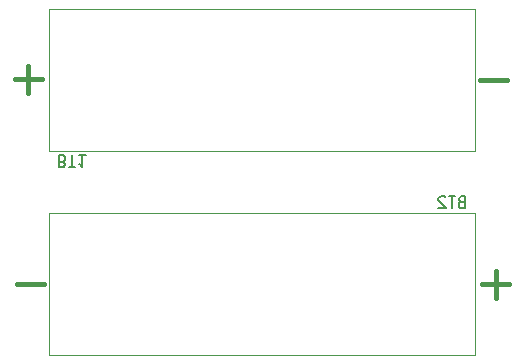
<source format=gbr>
%TF.GenerationSoftware,KiCad,Pcbnew,6.0.4-6f826c9f35~116~ubuntu18.04.1*%
%TF.CreationDate,2022-05-09T12:51:31-04:00*%
%TF.ProjectId,Instrumentation_ampl_with_batteries,496e7374-7275-46d6-956e-746174696f6e,rev?*%
%TF.SameCoordinates,Original*%
%TF.FileFunction,Legend,Bot*%
%TF.FilePolarity,Positive*%
%FSLAX46Y46*%
G04 Gerber Fmt 4.6, Leading zero omitted, Abs format (unit mm)*
G04 Created by KiCad (PCBNEW 6.0.4-6f826c9f35~116~ubuntu18.04.1) date 2022-05-09 12:51:31*
%MOMM*%
%LPD*%
G01*
G04 APERTURE LIST*
%ADD10C,0.150000*%
%ADD11C,0.400000*%
%ADD12C,0.120000*%
G04 APERTURE END LIST*
D10*
%TO.C,BT1*%
X65652696Y-109290263D02*
X65795553Y-109242644D01*
X65843172Y-109195025D01*
X65890791Y-109099787D01*
X65890791Y-108956930D01*
X65843172Y-108861692D01*
X65795553Y-108814073D01*
X65700315Y-108766454D01*
X65319363Y-108766454D01*
X65319363Y-109766454D01*
X65652696Y-109766454D01*
X65747934Y-109718835D01*
X65795553Y-109671215D01*
X65843172Y-109575977D01*
X65843172Y-109480739D01*
X65795553Y-109385501D01*
X65747934Y-109337882D01*
X65652696Y-109290263D01*
X65319363Y-109290263D01*
X66176506Y-109766454D02*
X66747934Y-109766454D01*
X66462220Y-108766454D02*
X66462220Y-109766454D01*
X67605077Y-108766454D02*
X67033649Y-108766454D01*
X67319363Y-108766454D02*
X67319363Y-109766454D01*
X67224125Y-109623596D01*
X67128887Y-109528358D01*
X67033649Y-109480739D01*
D11*
X61616410Y-102335818D02*
X63902125Y-102335818D01*
X62759268Y-101192961D02*
X62759268Y-103478675D01*
X101035994Y-102353105D02*
X103321709Y-102353105D01*
D10*
%TO.C,BT2*%
X99435303Y-112705736D02*
X99292446Y-112753355D01*
X99244827Y-112800974D01*
X99197208Y-112896212D01*
X99197208Y-113039069D01*
X99244827Y-113134307D01*
X99292446Y-113181926D01*
X99387684Y-113229545D01*
X99768636Y-113229545D01*
X99768636Y-112229545D01*
X99435303Y-112229545D01*
X99340065Y-112277165D01*
X99292446Y-112324784D01*
X99244827Y-112420022D01*
X99244827Y-112515260D01*
X99292446Y-112610498D01*
X99340065Y-112658117D01*
X99435303Y-112705736D01*
X99768636Y-112705736D01*
X98911493Y-112229545D02*
X98340065Y-112229545D01*
X98625779Y-113229545D02*
X98625779Y-112229545D01*
X98054350Y-112324784D02*
X98006731Y-112277165D01*
X97911493Y-112229545D01*
X97673398Y-112229545D01*
X97578160Y-112277165D01*
X97530541Y-112324784D01*
X97482922Y-112420022D01*
X97482922Y-112515260D01*
X97530541Y-112658117D01*
X98101969Y-113229545D01*
X97482922Y-113229545D01*
D11*
X103471589Y-119660181D02*
X101185874Y-119660181D01*
X102328732Y-120803038D02*
X102328732Y-118517324D01*
X64052005Y-119642894D02*
X61766290Y-119642894D01*
D12*
%TO.C,BT1*%
X100544000Y-96362000D02*
X64544000Y-96362000D01*
X64544000Y-96362000D02*
X64544000Y-96362000D01*
X64544000Y-96362000D02*
X100544000Y-96362000D01*
X100544000Y-96362000D02*
X100544000Y-96362000D01*
X100544000Y-108362000D02*
X100544000Y-108362000D01*
X100544000Y-108362000D02*
X100544000Y-96362000D01*
X100544000Y-96362000D02*
X100544000Y-96362000D01*
X100544000Y-96362000D02*
X100544000Y-108362000D01*
X64544000Y-108362000D02*
X64544000Y-108362000D01*
X64544000Y-108362000D02*
X64544000Y-96362000D01*
X64544000Y-96362000D02*
X64544000Y-96362000D01*
X64544000Y-96362000D02*
X64544000Y-108362000D01*
X64544000Y-108362000D02*
X100544000Y-108362000D01*
X100544000Y-108362000D02*
X100544000Y-108362000D01*
X100544000Y-108362000D02*
X64544000Y-108362000D01*
X64544000Y-108362000D02*
X64544000Y-108362000D01*
%TO.C,BT2*%
X64544000Y-125634000D02*
X100544000Y-125634000D01*
X100544000Y-125634000D02*
X100544000Y-125634000D01*
X100544000Y-125634000D02*
X64544000Y-125634000D01*
X64544000Y-125634000D02*
X64544000Y-125634000D01*
X100544000Y-113634000D02*
X64544000Y-113634000D01*
X64544000Y-113634000D02*
X64544000Y-113634000D01*
X64544000Y-113634000D02*
X100544000Y-113634000D01*
X100544000Y-113634000D02*
X100544000Y-113634000D01*
X100544000Y-113634000D02*
X100544000Y-113634000D01*
X100544000Y-113634000D02*
X100544000Y-125634000D01*
X100544000Y-125634000D02*
X100544000Y-125634000D01*
X100544000Y-125634000D02*
X100544000Y-113634000D01*
X64544000Y-113634000D02*
X64544000Y-113634000D01*
X64544000Y-113634000D02*
X64544000Y-125634000D01*
X64544000Y-125634000D02*
X64544000Y-125634000D01*
X64544000Y-125634000D02*
X64544000Y-113634000D01*
%TD*%
M02*

</source>
